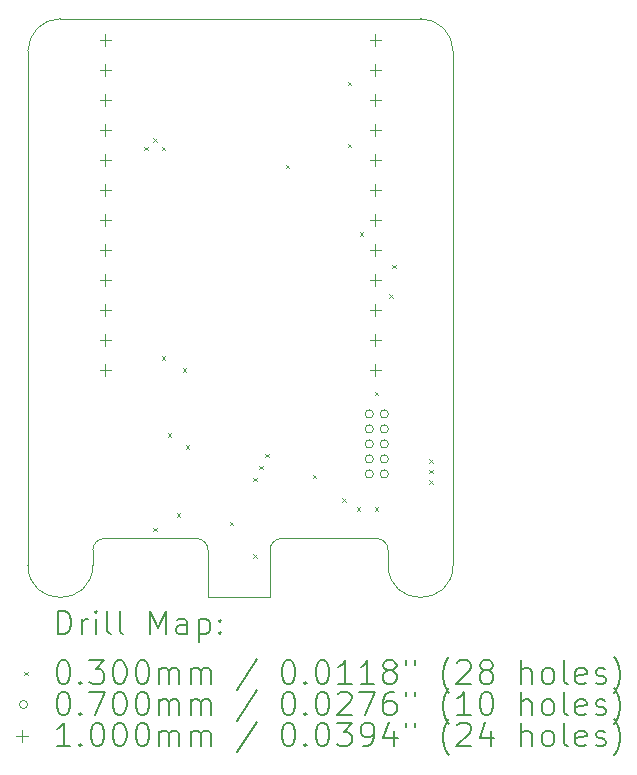
<source format=gbr>
%TF.GenerationSoftware,KiCad,Pcbnew,(6.0.10)*%
%TF.CreationDate,2023-01-02T18:23:20+01:00*%
%TF.ProjectId,sniffer,736e6966-6665-4722-9e6b-696361645f70,rev?*%
%TF.SameCoordinates,Original*%
%TF.FileFunction,Drillmap*%
%TF.FilePolarity,Positive*%
%FSLAX45Y45*%
G04 Gerber Fmt 4.5, Leading zero omitted, Abs format (unit mm)*
G04 Created by KiCad (PCBNEW (6.0.10)) date 2023-01-02 18:23:20*
%MOMM*%
%LPD*%
G01*
G04 APERTURE LIST*
%ADD10C,0.050000*%
%ADD11C,0.200000*%
%ADD12C,0.030000*%
%ADD13C,0.070000*%
%ADD14C,0.100000*%
G04 APERTURE END LIST*
D10*
X8280000Y-12325000D02*
G75*
G03*
X8830000Y-12325000I275000J0D01*
G01*
X11330000Y-12325000D02*
G75*
G03*
X11880000Y-12325000I275000J0D01*
G01*
X11880000Y-7975000D02*
G75*
G03*
X11605000Y-7700000I-275000J0D01*
G01*
X8555000Y-7700000D02*
G75*
G03*
X8280000Y-7975000I0J-275000D01*
G01*
X11330000Y-12200000D02*
G75*
G03*
X11230000Y-12100000I-100000J0D01*
G01*
X10430000Y-12100000D02*
G75*
G03*
X10330000Y-12200000I0J-100000D01*
G01*
X9805000Y-12200000D02*
G75*
G03*
X9705000Y-12100000I-100000J0D01*
G01*
X8930000Y-12100000D02*
G75*
G03*
X8830000Y-12200000I0J-100000D01*
G01*
X8930000Y-12100000D02*
X9705000Y-12100000D01*
X8830000Y-12325000D02*
X8830000Y-12200000D01*
X11330000Y-12200000D02*
X11330000Y-12325000D01*
X10430000Y-12100000D02*
X11230000Y-12100000D01*
X10330000Y-12600000D02*
X10330000Y-12200000D01*
X9805000Y-12600000D02*
X10330000Y-12600000D01*
X9805000Y-12200000D02*
X9805000Y-12600000D01*
X8280000Y-12325000D02*
X8280000Y-7975000D01*
X11880000Y-7975000D02*
X11880000Y-12325000D01*
X8555000Y-7700000D02*
X11605000Y-7700000D01*
D11*
D12*
X9265000Y-8785000D02*
X9295000Y-8815000D01*
X9295000Y-8785000D02*
X9265000Y-8815000D01*
X9340000Y-8710000D02*
X9370000Y-8740000D01*
X9370000Y-8710000D02*
X9340000Y-8740000D01*
X9340000Y-12010000D02*
X9370000Y-12040000D01*
X9370000Y-12010000D02*
X9340000Y-12040000D01*
X9415000Y-8785000D02*
X9445000Y-8815000D01*
X9445000Y-8785000D02*
X9415000Y-8815000D01*
X9415000Y-10560000D02*
X9445000Y-10590000D01*
X9445000Y-10560000D02*
X9415000Y-10590000D01*
X9465000Y-11210000D02*
X9495000Y-11240000D01*
X9495000Y-11210000D02*
X9465000Y-11240000D01*
X9540000Y-11885000D02*
X9570000Y-11915000D01*
X9570000Y-11885000D02*
X9540000Y-11915000D01*
X9590000Y-10660000D02*
X9620000Y-10690000D01*
X9620000Y-10660000D02*
X9590000Y-10690000D01*
X9615000Y-11310000D02*
X9645000Y-11340000D01*
X9645000Y-11310000D02*
X9615000Y-11340000D01*
X9990000Y-11960000D02*
X10020000Y-11990000D01*
X10020000Y-11960000D02*
X9990000Y-11990000D01*
X10190000Y-11585000D02*
X10220000Y-11615000D01*
X10220000Y-11585000D02*
X10190000Y-11615000D01*
X10190000Y-12235000D02*
X10220000Y-12265000D01*
X10220000Y-12235000D02*
X10190000Y-12265000D01*
X10240000Y-11485000D02*
X10270000Y-11515000D01*
X10270000Y-11485000D02*
X10240000Y-11515000D01*
X10290000Y-11385000D02*
X10320000Y-11415000D01*
X10320000Y-11385000D02*
X10290000Y-11415000D01*
X10465000Y-8935000D02*
X10495000Y-8965000D01*
X10495000Y-8935000D02*
X10465000Y-8965000D01*
X10690000Y-11560000D02*
X10720000Y-11590000D01*
X10720000Y-11560000D02*
X10690000Y-11590000D01*
X10940000Y-11760000D02*
X10970000Y-11790000D01*
X10970000Y-11760000D02*
X10940000Y-11790000D01*
X10990000Y-8235000D02*
X11020000Y-8265000D01*
X11020000Y-8235000D02*
X10990000Y-8265000D01*
X10990000Y-8760000D02*
X11020000Y-8790000D01*
X11020000Y-8760000D02*
X10990000Y-8790000D01*
X11065000Y-11835000D02*
X11095000Y-11865000D01*
X11095000Y-11835000D02*
X11065000Y-11865000D01*
X11090000Y-9510000D02*
X11120000Y-9540000D01*
X11120000Y-9510000D02*
X11090000Y-9540000D01*
X11215000Y-10860000D02*
X11245000Y-10890000D01*
X11245000Y-10860000D02*
X11215000Y-10890000D01*
X11215000Y-11835000D02*
X11245000Y-11865000D01*
X11245000Y-11835000D02*
X11215000Y-11865000D01*
X11340000Y-10035000D02*
X11370000Y-10065000D01*
X11370000Y-10035000D02*
X11340000Y-10065000D01*
X11365000Y-9785000D02*
X11395000Y-9815000D01*
X11395000Y-9785000D02*
X11365000Y-9815000D01*
X11677900Y-11430400D02*
X11707900Y-11460400D01*
X11707900Y-11430400D02*
X11677900Y-11460400D01*
X11677900Y-11519300D02*
X11707900Y-11549300D01*
X11707900Y-11519300D02*
X11677900Y-11549300D01*
X11677900Y-11608200D02*
X11707900Y-11638200D01*
X11707900Y-11608200D02*
X11677900Y-11638200D01*
D13*
X11205000Y-11046000D02*
G75*
G03*
X11205000Y-11046000I-35000J0D01*
G01*
X11205000Y-11173000D02*
G75*
G03*
X11205000Y-11173000I-35000J0D01*
G01*
X11205000Y-11300000D02*
G75*
G03*
X11205000Y-11300000I-35000J0D01*
G01*
X11205000Y-11427000D02*
G75*
G03*
X11205000Y-11427000I-35000J0D01*
G01*
X11205000Y-11554000D02*
G75*
G03*
X11205000Y-11554000I-35000J0D01*
G01*
X11332000Y-11046000D02*
G75*
G03*
X11332000Y-11046000I-35000J0D01*
G01*
X11332000Y-11173000D02*
G75*
G03*
X11332000Y-11173000I-35000J0D01*
G01*
X11332000Y-11300000D02*
G75*
G03*
X11332000Y-11300000I-35000J0D01*
G01*
X11332000Y-11427000D02*
G75*
G03*
X11332000Y-11427000I-35000J0D01*
G01*
X11332000Y-11554000D02*
G75*
G03*
X11332000Y-11554000I-35000J0D01*
G01*
D14*
X8937000Y-7830000D02*
X8937000Y-7930000D01*
X8887000Y-7880000D02*
X8987000Y-7880000D01*
X8937000Y-8084000D02*
X8937000Y-8184000D01*
X8887000Y-8134000D02*
X8987000Y-8134000D01*
X8937000Y-8338000D02*
X8937000Y-8438000D01*
X8887000Y-8388000D02*
X8987000Y-8388000D01*
X8937000Y-8592000D02*
X8937000Y-8692000D01*
X8887000Y-8642000D02*
X8987000Y-8642000D01*
X8937000Y-8846000D02*
X8937000Y-8946000D01*
X8887000Y-8896000D02*
X8987000Y-8896000D01*
X8937000Y-9100000D02*
X8937000Y-9200000D01*
X8887000Y-9150000D02*
X8987000Y-9150000D01*
X8937000Y-9354000D02*
X8937000Y-9454000D01*
X8887000Y-9404000D02*
X8987000Y-9404000D01*
X8937000Y-9608000D02*
X8937000Y-9708000D01*
X8887000Y-9658000D02*
X8987000Y-9658000D01*
X8937000Y-9862000D02*
X8937000Y-9962000D01*
X8887000Y-9912000D02*
X8987000Y-9912000D01*
X8937000Y-10116000D02*
X8937000Y-10216000D01*
X8887000Y-10166000D02*
X8987000Y-10166000D01*
X8937000Y-10370000D02*
X8937000Y-10470000D01*
X8887000Y-10420000D02*
X8987000Y-10420000D01*
X8937000Y-10624000D02*
X8937000Y-10724000D01*
X8887000Y-10674000D02*
X8987000Y-10674000D01*
X11223000Y-7830000D02*
X11223000Y-7930000D01*
X11173000Y-7880000D02*
X11273000Y-7880000D01*
X11223000Y-8084000D02*
X11223000Y-8184000D01*
X11173000Y-8134000D02*
X11273000Y-8134000D01*
X11223000Y-8338000D02*
X11223000Y-8438000D01*
X11173000Y-8388000D02*
X11273000Y-8388000D01*
X11223000Y-8592000D02*
X11223000Y-8692000D01*
X11173000Y-8642000D02*
X11273000Y-8642000D01*
X11223000Y-8846000D02*
X11223000Y-8946000D01*
X11173000Y-8896000D02*
X11273000Y-8896000D01*
X11223000Y-9100000D02*
X11223000Y-9200000D01*
X11173000Y-9150000D02*
X11273000Y-9150000D01*
X11223000Y-9354000D02*
X11223000Y-9454000D01*
X11173000Y-9404000D02*
X11273000Y-9404000D01*
X11223000Y-9608000D02*
X11223000Y-9708000D01*
X11173000Y-9658000D02*
X11273000Y-9658000D01*
X11223000Y-9862000D02*
X11223000Y-9962000D01*
X11173000Y-9912000D02*
X11273000Y-9912000D01*
X11223000Y-10116000D02*
X11223000Y-10216000D01*
X11173000Y-10166000D02*
X11273000Y-10166000D01*
X11223000Y-10370000D02*
X11223000Y-10470000D01*
X11173000Y-10420000D02*
X11273000Y-10420000D01*
X11223000Y-10624000D02*
X11223000Y-10724000D01*
X11173000Y-10674000D02*
X11273000Y-10674000D01*
D11*
X8535119Y-12912976D02*
X8535119Y-12712976D01*
X8582738Y-12712976D01*
X8611310Y-12722500D01*
X8630357Y-12741548D01*
X8639881Y-12760595D01*
X8649405Y-12798690D01*
X8649405Y-12827262D01*
X8639881Y-12865357D01*
X8630357Y-12884405D01*
X8611310Y-12903452D01*
X8582738Y-12912976D01*
X8535119Y-12912976D01*
X8735119Y-12912976D02*
X8735119Y-12779643D01*
X8735119Y-12817738D02*
X8744643Y-12798690D01*
X8754167Y-12789167D01*
X8773214Y-12779643D01*
X8792262Y-12779643D01*
X8858929Y-12912976D02*
X8858929Y-12779643D01*
X8858929Y-12712976D02*
X8849405Y-12722500D01*
X8858929Y-12732024D01*
X8868452Y-12722500D01*
X8858929Y-12712976D01*
X8858929Y-12732024D01*
X8982738Y-12912976D02*
X8963690Y-12903452D01*
X8954167Y-12884405D01*
X8954167Y-12712976D01*
X9087500Y-12912976D02*
X9068452Y-12903452D01*
X9058929Y-12884405D01*
X9058929Y-12712976D01*
X9316071Y-12912976D02*
X9316071Y-12712976D01*
X9382738Y-12855833D01*
X9449405Y-12712976D01*
X9449405Y-12912976D01*
X9630357Y-12912976D02*
X9630357Y-12808214D01*
X9620833Y-12789167D01*
X9601786Y-12779643D01*
X9563690Y-12779643D01*
X9544643Y-12789167D01*
X9630357Y-12903452D02*
X9611310Y-12912976D01*
X9563690Y-12912976D01*
X9544643Y-12903452D01*
X9535119Y-12884405D01*
X9535119Y-12865357D01*
X9544643Y-12846309D01*
X9563690Y-12836786D01*
X9611310Y-12836786D01*
X9630357Y-12827262D01*
X9725595Y-12779643D02*
X9725595Y-12979643D01*
X9725595Y-12789167D02*
X9744643Y-12779643D01*
X9782738Y-12779643D01*
X9801786Y-12789167D01*
X9811310Y-12798690D01*
X9820833Y-12817738D01*
X9820833Y-12874881D01*
X9811310Y-12893928D01*
X9801786Y-12903452D01*
X9782738Y-12912976D01*
X9744643Y-12912976D01*
X9725595Y-12903452D01*
X9906548Y-12893928D02*
X9916071Y-12903452D01*
X9906548Y-12912976D01*
X9897024Y-12903452D01*
X9906548Y-12893928D01*
X9906548Y-12912976D01*
X9906548Y-12789167D02*
X9916071Y-12798690D01*
X9906548Y-12808214D01*
X9897024Y-12798690D01*
X9906548Y-12789167D01*
X9906548Y-12808214D01*
D12*
X8247500Y-13227500D02*
X8277500Y-13257500D01*
X8277500Y-13227500D02*
X8247500Y-13257500D01*
D11*
X8573214Y-13132976D02*
X8592262Y-13132976D01*
X8611310Y-13142500D01*
X8620833Y-13152024D01*
X8630357Y-13171071D01*
X8639881Y-13209167D01*
X8639881Y-13256786D01*
X8630357Y-13294881D01*
X8620833Y-13313928D01*
X8611310Y-13323452D01*
X8592262Y-13332976D01*
X8573214Y-13332976D01*
X8554167Y-13323452D01*
X8544643Y-13313928D01*
X8535119Y-13294881D01*
X8525595Y-13256786D01*
X8525595Y-13209167D01*
X8535119Y-13171071D01*
X8544643Y-13152024D01*
X8554167Y-13142500D01*
X8573214Y-13132976D01*
X8725595Y-13313928D02*
X8735119Y-13323452D01*
X8725595Y-13332976D01*
X8716071Y-13323452D01*
X8725595Y-13313928D01*
X8725595Y-13332976D01*
X8801786Y-13132976D02*
X8925595Y-13132976D01*
X8858929Y-13209167D01*
X8887500Y-13209167D01*
X8906548Y-13218690D01*
X8916071Y-13228214D01*
X8925595Y-13247262D01*
X8925595Y-13294881D01*
X8916071Y-13313928D01*
X8906548Y-13323452D01*
X8887500Y-13332976D01*
X8830357Y-13332976D01*
X8811310Y-13323452D01*
X8801786Y-13313928D01*
X9049405Y-13132976D02*
X9068452Y-13132976D01*
X9087500Y-13142500D01*
X9097024Y-13152024D01*
X9106548Y-13171071D01*
X9116071Y-13209167D01*
X9116071Y-13256786D01*
X9106548Y-13294881D01*
X9097024Y-13313928D01*
X9087500Y-13323452D01*
X9068452Y-13332976D01*
X9049405Y-13332976D01*
X9030357Y-13323452D01*
X9020833Y-13313928D01*
X9011310Y-13294881D01*
X9001786Y-13256786D01*
X9001786Y-13209167D01*
X9011310Y-13171071D01*
X9020833Y-13152024D01*
X9030357Y-13142500D01*
X9049405Y-13132976D01*
X9239881Y-13132976D02*
X9258929Y-13132976D01*
X9277976Y-13142500D01*
X9287500Y-13152024D01*
X9297024Y-13171071D01*
X9306548Y-13209167D01*
X9306548Y-13256786D01*
X9297024Y-13294881D01*
X9287500Y-13313928D01*
X9277976Y-13323452D01*
X9258929Y-13332976D01*
X9239881Y-13332976D01*
X9220833Y-13323452D01*
X9211310Y-13313928D01*
X9201786Y-13294881D01*
X9192262Y-13256786D01*
X9192262Y-13209167D01*
X9201786Y-13171071D01*
X9211310Y-13152024D01*
X9220833Y-13142500D01*
X9239881Y-13132976D01*
X9392262Y-13332976D02*
X9392262Y-13199643D01*
X9392262Y-13218690D02*
X9401786Y-13209167D01*
X9420833Y-13199643D01*
X9449405Y-13199643D01*
X9468452Y-13209167D01*
X9477976Y-13228214D01*
X9477976Y-13332976D01*
X9477976Y-13228214D02*
X9487500Y-13209167D01*
X9506548Y-13199643D01*
X9535119Y-13199643D01*
X9554167Y-13209167D01*
X9563690Y-13228214D01*
X9563690Y-13332976D01*
X9658929Y-13332976D02*
X9658929Y-13199643D01*
X9658929Y-13218690D02*
X9668452Y-13209167D01*
X9687500Y-13199643D01*
X9716071Y-13199643D01*
X9735119Y-13209167D01*
X9744643Y-13228214D01*
X9744643Y-13332976D01*
X9744643Y-13228214D02*
X9754167Y-13209167D01*
X9773214Y-13199643D01*
X9801786Y-13199643D01*
X9820833Y-13209167D01*
X9830357Y-13228214D01*
X9830357Y-13332976D01*
X10220833Y-13123452D02*
X10049405Y-13380595D01*
X10477976Y-13132976D02*
X10497024Y-13132976D01*
X10516071Y-13142500D01*
X10525595Y-13152024D01*
X10535119Y-13171071D01*
X10544643Y-13209167D01*
X10544643Y-13256786D01*
X10535119Y-13294881D01*
X10525595Y-13313928D01*
X10516071Y-13323452D01*
X10497024Y-13332976D01*
X10477976Y-13332976D01*
X10458929Y-13323452D01*
X10449405Y-13313928D01*
X10439881Y-13294881D01*
X10430357Y-13256786D01*
X10430357Y-13209167D01*
X10439881Y-13171071D01*
X10449405Y-13152024D01*
X10458929Y-13142500D01*
X10477976Y-13132976D01*
X10630357Y-13313928D02*
X10639881Y-13323452D01*
X10630357Y-13332976D01*
X10620833Y-13323452D01*
X10630357Y-13313928D01*
X10630357Y-13332976D01*
X10763690Y-13132976D02*
X10782738Y-13132976D01*
X10801786Y-13142500D01*
X10811310Y-13152024D01*
X10820833Y-13171071D01*
X10830357Y-13209167D01*
X10830357Y-13256786D01*
X10820833Y-13294881D01*
X10811310Y-13313928D01*
X10801786Y-13323452D01*
X10782738Y-13332976D01*
X10763690Y-13332976D01*
X10744643Y-13323452D01*
X10735119Y-13313928D01*
X10725595Y-13294881D01*
X10716071Y-13256786D01*
X10716071Y-13209167D01*
X10725595Y-13171071D01*
X10735119Y-13152024D01*
X10744643Y-13142500D01*
X10763690Y-13132976D01*
X11020833Y-13332976D02*
X10906548Y-13332976D01*
X10963690Y-13332976D02*
X10963690Y-13132976D01*
X10944643Y-13161548D01*
X10925595Y-13180595D01*
X10906548Y-13190119D01*
X11211309Y-13332976D02*
X11097024Y-13332976D01*
X11154167Y-13332976D02*
X11154167Y-13132976D01*
X11135119Y-13161548D01*
X11116071Y-13180595D01*
X11097024Y-13190119D01*
X11325595Y-13218690D02*
X11306548Y-13209167D01*
X11297024Y-13199643D01*
X11287500Y-13180595D01*
X11287500Y-13171071D01*
X11297024Y-13152024D01*
X11306548Y-13142500D01*
X11325595Y-13132976D01*
X11363690Y-13132976D01*
X11382738Y-13142500D01*
X11392262Y-13152024D01*
X11401786Y-13171071D01*
X11401786Y-13180595D01*
X11392262Y-13199643D01*
X11382738Y-13209167D01*
X11363690Y-13218690D01*
X11325595Y-13218690D01*
X11306548Y-13228214D01*
X11297024Y-13237738D01*
X11287500Y-13256786D01*
X11287500Y-13294881D01*
X11297024Y-13313928D01*
X11306548Y-13323452D01*
X11325595Y-13332976D01*
X11363690Y-13332976D01*
X11382738Y-13323452D01*
X11392262Y-13313928D01*
X11401786Y-13294881D01*
X11401786Y-13256786D01*
X11392262Y-13237738D01*
X11382738Y-13228214D01*
X11363690Y-13218690D01*
X11477976Y-13132976D02*
X11477976Y-13171071D01*
X11554167Y-13132976D02*
X11554167Y-13171071D01*
X11849405Y-13409167D02*
X11839881Y-13399643D01*
X11820833Y-13371071D01*
X11811309Y-13352024D01*
X11801786Y-13323452D01*
X11792262Y-13275833D01*
X11792262Y-13237738D01*
X11801786Y-13190119D01*
X11811309Y-13161548D01*
X11820833Y-13142500D01*
X11839881Y-13113928D01*
X11849405Y-13104405D01*
X11916071Y-13152024D02*
X11925595Y-13142500D01*
X11944643Y-13132976D01*
X11992262Y-13132976D01*
X12011309Y-13142500D01*
X12020833Y-13152024D01*
X12030357Y-13171071D01*
X12030357Y-13190119D01*
X12020833Y-13218690D01*
X11906548Y-13332976D01*
X12030357Y-13332976D01*
X12144643Y-13218690D02*
X12125595Y-13209167D01*
X12116071Y-13199643D01*
X12106548Y-13180595D01*
X12106548Y-13171071D01*
X12116071Y-13152024D01*
X12125595Y-13142500D01*
X12144643Y-13132976D01*
X12182738Y-13132976D01*
X12201786Y-13142500D01*
X12211309Y-13152024D01*
X12220833Y-13171071D01*
X12220833Y-13180595D01*
X12211309Y-13199643D01*
X12201786Y-13209167D01*
X12182738Y-13218690D01*
X12144643Y-13218690D01*
X12125595Y-13228214D01*
X12116071Y-13237738D01*
X12106548Y-13256786D01*
X12106548Y-13294881D01*
X12116071Y-13313928D01*
X12125595Y-13323452D01*
X12144643Y-13332976D01*
X12182738Y-13332976D01*
X12201786Y-13323452D01*
X12211309Y-13313928D01*
X12220833Y-13294881D01*
X12220833Y-13256786D01*
X12211309Y-13237738D01*
X12201786Y-13228214D01*
X12182738Y-13218690D01*
X12458928Y-13332976D02*
X12458928Y-13132976D01*
X12544643Y-13332976D02*
X12544643Y-13228214D01*
X12535119Y-13209167D01*
X12516071Y-13199643D01*
X12487500Y-13199643D01*
X12468452Y-13209167D01*
X12458928Y-13218690D01*
X12668452Y-13332976D02*
X12649405Y-13323452D01*
X12639881Y-13313928D01*
X12630357Y-13294881D01*
X12630357Y-13237738D01*
X12639881Y-13218690D01*
X12649405Y-13209167D01*
X12668452Y-13199643D01*
X12697024Y-13199643D01*
X12716071Y-13209167D01*
X12725595Y-13218690D01*
X12735119Y-13237738D01*
X12735119Y-13294881D01*
X12725595Y-13313928D01*
X12716071Y-13323452D01*
X12697024Y-13332976D01*
X12668452Y-13332976D01*
X12849405Y-13332976D02*
X12830357Y-13323452D01*
X12820833Y-13304405D01*
X12820833Y-13132976D01*
X13001786Y-13323452D02*
X12982738Y-13332976D01*
X12944643Y-13332976D01*
X12925595Y-13323452D01*
X12916071Y-13304405D01*
X12916071Y-13228214D01*
X12925595Y-13209167D01*
X12944643Y-13199643D01*
X12982738Y-13199643D01*
X13001786Y-13209167D01*
X13011309Y-13228214D01*
X13011309Y-13247262D01*
X12916071Y-13266309D01*
X13087500Y-13323452D02*
X13106548Y-13332976D01*
X13144643Y-13332976D01*
X13163690Y-13323452D01*
X13173214Y-13304405D01*
X13173214Y-13294881D01*
X13163690Y-13275833D01*
X13144643Y-13266309D01*
X13116071Y-13266309D01*
X13097024Y-13256786D01*
X13087500Y-13237738D01*
X13087500Y-13228214D01*
X13097024Y-13209167D01*
X13116071Y-13199643D01*
X13144643Y-13199643D01*
X13163690Y-13209167D01*
X13239881Y-13409167D02*
X13249405Y-13399643D01*
X13268452Y-13371071D01*
X13277976Y-13352024D01*
X13287500Y-13323452D01*
X13297024Y-13275833D01*
X13297024Y-13237738D01*
X13287500Y-13190119D01*
X13277976Y-13161548D01*
X13268452Y-13142500D01*
X13249405Y-13113928D01*
X13239881Y-13104405D01*
D13*
X8277500Y-13506500D02*
G75*
G03*
X8277500Y-13506500I-35000J0D01*
G01*
D11*
X8573214Y-13396976D02*
X8592262Y-13396976D01*
X8611310Y-13406500D01*
X8620833Y-13416024D01*
X8630357Y-13435071D01*
X8639881Y-13473167D01*
X8639881Y-13520786D01*
X8630357Y-13558881D01*
X8620833Y-13577928D01*
X8611310Y-13587452D01*
X8592262Y-13596976D01*
X8573214Y-13596976D01*
X8554167Y-13587452D01*
X8544643Y-13577928D01*
X8535119Y-13558881D01*
X8525595Y-13520786D01*
X8525595Y-13473167D01*
X8535119Y-13435071D01*
X8544643Y-13416024D01*
X8554167Y-13406500D01*
X8573214Y-13396976D01*
X8725595Y-13577928D02*
X8735119Y-13587452D01*
X8725595Y-13596976D01*
X8716071Y-13587452D01*
X8725595Y-13577928D01*
X8725595Y-13596976D01*
X8801786Y-13396976D02*
X8935119Y-13396976D01*
X8849405Y-13596976D01*
X9049405Y-13396976D02*
X9068452Y-13396976D01*
X9087500Y-13406500D01*
X9097024Y-13416024D01*
X9106548Y-13435071D01*
X9116071Y-13473167D01*
X9116071Y-13520786D01*
X9106548Y-13558881D01*
X9097024Y-13577928D01*
X9087500Y-13587452D01*
X9068452Y-13596976D01*
X9049405Y-13596976D01*
X9030357Y-13587452D01*
X9020833Y-13577928D01*
X9011310Y-13558881D01*
X9001786Y-13520786D01*
X9001786Y-13473167D01*
X9011310Y-13435071D01*
X9020833Y-13416024D01*
X9030357Y-13406500D01*
X9049405Y-13396976D01*
X9239881Y-13396976D02*
X9258929Y-13396976D01*
X9277976Y-13406500D01*
X9287500Y-13416024D01*
X9297024Y-13435071D01*
X9306548Y-13473167D01*
X9306548Y-13520786D01*
X9297024Y-13558881D01*
X9287500Y-13577928D01*
X9277976Y-13587452D01*
X9258929Y-13596976D01*
X9239881Y-13596976D01*
X9220833Y-13587452D01*
X9211310Y-13577928D01*
X9201786Y-13558881D01*
X9192262Y-13520786D01*
X9192262Y-13473167D01*
X9201786Y-13435071D01*
X9211310Y-13416024D01*
X9220833Y-13406500D01*
X9239881Y-13396976D01*
X9392262Y-13596976D02*
X9392262Y-13463643D01*
X9392262Y-13482690D02*
X9401786Y-13473167D01*
X9420833Y-13463643D01*
X9449405Y-13463643D01*
X9468452Y-13473167D01*
X9477976Y-13492214D01*
X9477976Y-13596976D01*
X9477976Y-13492214D02*
X9487500Y-13473167D01*
X9506548Y-13463643D01*
X9535119Y-13463643D01*
X9554167Y-13473167D01*
X9563690Y-13492214D01*
X9563690Y-13596976D01*
X9658929Y-13596976D02*
X9658929Y-13463643D01*
X9658929Y-13482690D02*
X9668452Y-13473167D01*
X9687500Y-13463643D01*
X9716071Y-13463643D01*
X9735119Y-13473167D01*
X9744643Y-13492214D01*
X9744643Y-13596976D01*
X9744643Y-13492214D02*
X9754167Y-13473167D01*
X9773214Y-13463643D01*
X9801786Y-13463643D01*
X9820833Y-13473167D01*
X9830357Y-13492214D01*
X9830357Y-13596976D01*
X10220833Y-13387452D02*
X10049405Y-13644595D01*
X10477976Y-13396976D02*
X10497024Y-13396976D01*
X10516071Y-13406500D01*
X10525595Y-13416024D01*
X10535119Y-13435071D01*
X10544643Y-13473167D01*
X10544643Y-13520786D01*
X10535119Y-13558881D01*
X10525595Y-13577928D01*
X10516071Y-13587452D01*
X10497024Y-13596976D01*
X10477976Y-13596976D01*
X10458929Y-13587452D01*
X10449405Y-13577928D01*
X10439881Y-13558881D01*
X10430357Y-13520786D01*
X10430357Y-13473167D01*
X10439881Y-13435071D01*
X10449405Y-13416024D01*
X10458929Y-13406500D01*
X10477976Y-13396976D01*
X10630357Y-13577928D02*
X10639881Y-13587452D01*
X10630357Y-13596976D01*
X10620833Y-13587452D01*
X10630357Y-13577928D01*
X10630357Y-13596976D01*
X10763690Y-13396976D02*
X10782738Y-13396976D01*
X10801786Y-13406500D01*
X10811310Y-13416024D01*
X10820833Y-13435071D01*
X10830357Y-13473167D01*
X10830357Y-13520786D01*
X10820833Y-13558881D01*
X10811310Y-13577928D01*
X10801786Y-13587452D01*
X10782738Y-13596976D01*
X10763690Y-13596976D01*
X10744643Y-13587452D01*
X10735119Y-13577928D01*
X10725595Y-13558881D01*
X10716071Y-13520786D01*
X10716071Y-13473167D01*
X10725595Y-13435071D01*
X10735119Y-13416024D01*
X10744643Y-13406500D01*
X10763690Y-13396976D01*
X10906548Y-13416024D02*
X10916071Y-13406500D01*
X10935119Y-13396976D01*
X10982738Y-13396976D01*
X11001786Y-13406500D01*
X11011310Y-13416024D01*
X11020833Y-13435071D01*
X11020833Y-13454119D01*
X11011310Y-13482690D01*
X10897024Y-13596976D01*
X11020833Y-13596976D01*
X11087500Y-13396976D02*
X11220833Y-13396976D01*
X11135119Y-13596976D01*
X11382738Y-13396976D02*
X11344643Y-13396976D01*
X11325595Y-13406500D01*
X11316071Y-13416024D01*
X11297024Y-13444595D01*
X11287500Y-13482690D01*
X11287500Y-13558881D01*
X11297024Y-13577928D01*
X11306548Y-13587452D01*
X11325595Y-13596976D01*
X11363690Y-13596976D01*
X11382738Y-13587452D01*
X11392262Y-13577928D01*
X11401786Y-13558881D01*
X11401786Y-13511262D01*
X11392262Y-13492214D01*
X11382738Y-13482690D01*
X11363690Y-13473167D01*
X11325595Y-13473167D01*
X11306548Y-13482690D01*
X11297024Y-13492214D01*
X11287500Y-13511262D01*
X11477976Y-13396976D02*
X11477976Y-13435071D01*
X11554167Y-13396976D02*
X11554167Y-13435071D01*
X11849405Y-13673167D02*
X11839881Y-13663643D01*
X11820833Y-13635071D01*
X11811309Y-13616024D01*
X11801786Y-13587452D01*
X11792262Y-13539833D01*
X11792262Y-13501738D01*
X11801786Y-13454119D01*
X11811309Y-13425548D01*
X11820833Y-13406500D01*
X11839881Y-13377928D01*
X11849405Y-13368405D01*
X12030357Y-13596976D02*
X11916071Y-13596976D01*
X11973214Y-13596976D02*
X11973214Y-13396976D01*
X11954167Y-13425548D01*
X11935119Y-13444595D01*
X11916071Y-13454119D01*
X12154167Y-13396976D02*
X12173214Y-13396976D01*
X12192262Y-13406500D01*
X12201786Y-13416024D01*
X12211309Y-13435071D01*
X12220833Y-13473167D01*
X12220833Y-13520786D01*
X12211309Y-13558881D01*
X12201786Y-13577928D01*
X12192262Y-13587452D01*
X12173214Y-13596976D01*
X12154167Y-13596976D01*
X12135119Y-13587452D01*
X12125595Y-13577928D01*
X12116071Y-13558881D01*
X12106548Y-13520786D01*
X12106548Y-13473167D01*
X12116071Y-13435071D01*
X12125595Y-13416024D01*
X12135119Y-13406500D01*
X12154167Y-13396976D01*
X12458928Y-13596976D02*
X12458928Y-13396976D01*
X12544643Y-13596976D02*
X12544643Y-13492214D01*
X12535119Y-13473167D01*
X12516071Y-13463643D01*
X12487500Y-13463643D01*
X12468452Y-13473167D01*
X12458928Y-13482690D01*
X12668452Y-13596976D02*
X12649405Y-13587452D01*
X12639881Y-13577928D01*
X12630357Y-13558881D01*
X12630357Y-13501738D01*
X12639881Y-13482690D01*
X12649405Y-13473167D01*
X12668452Y-13463643D01*
X12697024Y-13463643D01*
X12716071Y-13473167D01*
X12725595Y-13482690D01*
X12735119Y-13501738D01*
X12735119Y-13558881D01*
X12725595Y-13577928D01*
X12716071Y-13587452D01*
X12697024Y-13596976D01*
X12668452Y-13596976D01*
X12849405Y-13596976D02*
X12830357Y-13587452D01*
X12820833Y-13568405D01*
X12820833Y-13396976D01*
X13001786Y-13587452D02*
X12982738Y-13596976D01*
X12944643Y-13596976D01*
X12925595Y-13587452D01*
X12916071Y-13568405D01*
X12916071Y-13492214D01*
X12925595Y-13473167D01*
X12944643Y-13463643D01*
X12982738Y-13463643D01*
X13001786Y-13473167D01*
X13011309Y-13492214D01*
X13011309Y-13511262D01*
X12916071Y-13530309D01*
X13087500Y-13587452D02*
X13106548Y-13596976D01*
X13144643Y-13596976D01*
X13163690Y-13587452D01*
X13173214Y-13568405D01*
X13173214Y-13558881D01*
X13163690Y-13539833D01*
X13144643Y-13530309D01*
X13116071Y-13530309D01*
X13097024Y-13520786D01*
X13087500Y-13501738D01*
X13087500Y-13492214D01*
X13097024Y-13473167D01*
X13116071Y-13463643D01*
X13144643Y-13463643D01*
X13163690Y-13473167D01*
X13239881Y-13673167D02*
X13249405Y-13663643D01*
X13268452Y-13635071D01*
X13277976Y-13616024D01*
X13287500Y-13587452D01*
X13297024Y-13539833D01*
X13297024Y-13501738D01*
X13287500Y-13454119D01*
X13277976Y-13425548D01*
X13268452Y-13406500D01*
X13249405Y-13377928D01*
X13239881Y-13368405D01*
D14*
X8227500Y-13720500D02*
X8227500Y-13820500D01*
X8177500Y-13770500D02*
X8277500Y-13770500D01*
D11*
X8639881Y-13860976D02*
X8525595Y-13860976D01*
X8582738Y-13860976D02*
X8582738Y-13660976D01*
X8563690Y-13689548D01*
X8544643Y-13708595D01*
X8525595Y-13718119D01*
X8725595Y-13841928D02*
X8735119Y-13851452D01*
X8725595Y-13860976D01*
X8716071Y-13851452D01*
X8725595Y-13841928D01*
X8725595Y-13860976D01*
X8858929Y-13660976D02*
X8877976Y-13660976D01*
X8897024Y-13670500D01*
X8906548Y-13680024D01*
X8916071Y-13699071D01*
X8925595Y-13737167D01*
X8925595Y-13784786D01*
X8916071Y-13822881D01*
X8906548Y-13841928D01*
X8897024Y-13851452D01*
X8877976Y-13860976D01*
X8858929Y-13860976D01*
X8839881Y-13851452D01*
X8830357Y-13841928D01*
X8820833Y-13822881D01*
X8811310Y-13784786D01*
X8811310Y-13737167D01*
X8820833Y-13699071D01*
X8830357Y-13680024D01*
X8839881Y-13670500D01*
X8858929Y-13660976D01*
X9049405Y-13660976D02*
X9068452Y-13660976D01*
X9087500Y-13670500D01*
X9097024Y-13680024D01*
X9106548Y-13699071D01*
X9116071Y-13737167D01*
X9116071Y-13784786D01*
X9106548Y-13822881D01*
X9097024Y-13841928D01*
X9087500Y-13851452D01*
X9068452Y-13860976D01*
X9049405Y-13860976D01*
X9030357Y-13851452D01*
X9020833Y-13841928D01*
X9011310Y-13822881D01*
X9001786Y-13784786D01*
X9001786Y-13737167D01*
X9011310Y-13699071D01*
X9020833Y-13680024D01*
X9030357Y-13670500D01*
X9049405Y-13660976D01*
X9239881Y-13660976D02*
X9258929Y-13660976D01*
X9277976Y-13670500D01*
X9287500Y-13680024D01*
X9297024Y-13699071D01*
X9306548Y-13737167D01*
X9306548Y-13784786D01*
X9297024Y-13822881D01*
X9287500Y-13841928D01*
X9277976Y-13851452D01*
X9258929Y-13860976D01*
X9239881Y-13860976D01*
X9220833Y-13851452D01*
X9211310Y-13841928D01*
X9201786Y-13822881D01*
X9192262Y-13784786D01*
X9192262Y-13737167D01*
X9201786Y-13699071D01*
X9211310Y-13680024D01*
X9220833Y-13670500D01*
X9239881Y-13660976D01*
X9392262Y-13860976D02*
X9392262Y-13727643D01*
X9392262Y-13746690D02*
X9401786Y-13737167D01*
X9420833Y-13727643D01*
X9449405Y-13727643D01*
X9468452Y-13737167D01*
X9477976Y-13756214D01*
X9477976Y-13860976D01*
X9477976Y-13756214D02*
X9487500Y-13737167D01*
X9506548Y-13727643D01*
X9535119Y-13727643D01*
X9554167Y-13737167D01*
X9563690Y-13756214D01*
X9563690Y-13860976D01*
X9658929Y-13860976D02*
X9658929Y-13727643D01*
X9658929Y-13746690D02*
X9668452Y-13737167D01*
X9687500Y-13727643D01*
X9716071Y-13727643D01*
X9735119Y-13737167D01*
X9744643Y-13756214D01*
X9744643Y-13860976D01*
X9744643Y-13756214D02*
X9754167Y-13737167D01*
X9773214Y-13727643D01*
X9801786Y-13727643D01*
X9820833Y-13737167D01*
X9830357Y-13756214D01*
X9830357Y-13860976D01*
X10220833Y-13651452D02*
X10049405Y-13908595D01*
X10477976Y-13660976D02*
X10497024Y-13660976D01*
X10516071Y-13670500D01*
X10525595Y-13680024D01*
X10535119Y-13699071D01*
X10544643Y-13737167D01*
X10544643Y-13784786D01*
X10535119Y-13822881D01*
X10525595Y-13841928D01*
X10516071Y-13851452D01*
X10497024Y-13860976D01*
X10477976Y-13860976D01*
X10458929Y-13851452D01*
X10449405Y-13841928D01*
X10439881Y-13822881D01*
X10430357Y-13784786D01*
X10430357Y-13737167D01*
X10439881Y-13699071D01*
X10449405Y-13680024D01*
X10458929Y-13670500D01*
X10477976Y-13660976D01*
X10630357Y-13841928D02*
X10639881Y-13851452D01*
X10630357Y-13860976D01*
X10620833Y-13851452D01*
X10630357Y-13841928D01*
X10630357Y-13860976D01*
X10763690Y-13660976D02*
X10782738Y-13660976D01*
X10801786Y-13670500D01*
X10811310Y-13680024D01*
X10820833Y-13699071D01*
X10830357Y-13737167D01*
X10830357Y-13784786D01*
X10820833Y-13822881D01*
X10811310Y-13841928D01*
X10801786Y-13851452D01*
X10782738Y-13860976D01*
X10763690Y-13860976D01*
X10744643Y-13851452D01*
X10735119Y-13841928D01*
X10725595Y-13822881D01*
X10716071Y-13784786D01*
X10716071Y-13737167D01*
X10725595Y-13699071D01*
X10735119Y-13680024D01*
X10744643Y-13670500D01*
X10763690Y-13660976D01*
X10897024Y-13660976D02*
X11020833Y-13660976D01*
X10954167Y-13737167D01*
X10982738Y-13737167D01*
X11001786Y-13746690D01*
X11011310Y-13756214D01*
X11020833Y-13775262D01*
X11020833Y-13822881D01*
X11011310Y-13841928D01*
X11001786Y-13851452D01*
X10982738Y-13860976D01*
X10925595Y-13860976D01*
X10906548Y-13851452D01*
X10897024Y-13841928D01*
X11116071Y-13860976D02*
X11154167Y-13860976D01*
X11173214Y-13851452D01*
X11182738Y-13841928D01*
X11201786Y-13813357D01*
X11211309Y-13775262D01*
X11211309Y-13699071D01*
X11201786Y-13680024D01*
X11192262Y-13670500D01*
X11173214Y-13660976D01*
X11135119Y-13660976D01*
X11116071Y-13670500D01*
X11106548Y-13680024D01*
X11097024Y-13699071D01*
X11097024Y-13746690D01*
X11106548Y-13765738D01*
X11116071Y-13775262D01*
X11135119Y-13784786D01*
X11173214Y-13784786D01*
X11192262Y-13775262D01*
X11201786Y-13765738D01*
X11211309Y-13746690D01*
X11382738Y-13727643D02*
X11382738Y-13860976D01*
X11335119Y-13651452D02*
X11287500Y-13794309D01*
X11411309Y-13794309D01*
X11477976Y-13660976D02*
X11477976Y-13699071D01*
X11554167Y-13660976D02*
X11554167Y-13699071D01*
X11849405Y-13937167D02*
X11839881Y-13927643D01*
X11820833Y-13899071D01*
X11811309Y-13880024D01*
X11801786Y-13851452D01*
X11792262Y-13803833D01*
X11792262Y-13765738D01*
X11801786Y-13718119D01*
X11811309Y-13689548D01*
X11820833Y-13670500D01*
X11839881Y-13641928D01*
X11849405Y-13632405D01*
X11916071Y-13680024D02*
X11925595Y-13670500D01*
X11944643Y-13660976D01*
X11992262Y-13660976D01*
X12011309Y-13670500D01*
X12020833Y-13680024D01*
X12030357Y-13699071D01*
X12030357Y-13718119D01*
X12020833Y-13746690D01*
X11906548Y-13860976D01*
X12030357Y-13860976D01*
X12201786Y-13727643D02*
X12201786Y-13860976D01*
X12154167Y-13651452D02*
X12106548Y-13794309D01*
X12230357Y-13794309D01*
X12458928Y-13860976D02*
X12458928Y-13660976D01*
X12544643Y-13860976D02*
X12544643Y-13756214D01*
X12535119Y-13737167D01*
X12516071Y-13727643D01*
X12487500Y-13727643D01*
X12468452Y-13737167D01*
X12458928Y-13746690D01*
X12668452Y-13860976D02*
X12649405Y-13851452D01*
X12639881Y-13841928D01*
X12630357Y-13822881D01*
X12630357Y-13765738D01*
X12639881Y-13746690D01*
X12649405Y-13737167D01*
X12668452Y-13727643D01*
X12697024Y-13727643D01*
X12716071Y-13737167D01*
X12725595Y-13746690D01*
X12735119Y-13765738D01*
X12735119Y-13822881D01*
X12725595Y-13841928D01*
X12716071Y-13851452D01*
X12697024Y-13860976D01*
X12668452Y-13860976D01*
X12849405Y-13860976D02*
X12830357Y-13851452D01*
X12820833Y-13832405D01*
X12820833Y-13660976D01*
X13001786Y-13851452D02*
X12982738Y-13860976D01*
X12944643Y-13860976D01*
X12925595Y-13851452D01*
X12916071Y-13832405D01*
X12916071Y-13756214D01*
X12925595Y-13737167D01*
X12944643Y-13727643D01*
X12982738Y-13727643D01*
X13001786Y-13737167D01*
X13011309Y-13756214D01*
X13011309Y-13775262D01*
X12916071Y-13794309D01*
X13087500Y-13851452D02*
X13106548Y-13860976D01*
X13144643Y-13860976D01*
X13163690Y-13851452D01*
X13173214Y-13832405D01*
X13173214Y-13822881D01*
X13163690Y-13803833D01*
X13144643Y-13794309D01*
X13116071Y-13794309D01*
X13097024Y-13784786D01*
X13087500Y-13765738D01*
X13087500Y-13756214D01*
X13097024Y-13737167D01*
X13116071Y-13727643D01*
X13144643Y-13727643D01*
X13163690Y-13737167D01*
X13239881Y-13937167D02*
X13249405Y-13927643D01*
X13268452Y-13899071D01*
X13277976Y-13880024D01*
X13287500Y-13851452D01*
X13297024Y-13803833D01*
X13297024Y-13765738D01*
X13287500Y-13718119D01*
X13277976Y-13689548D01*
X13268452Y-13670500D01*
X13249405Y-13641928D01*
X13239881Y-13632405D01*
M02*

</source>
